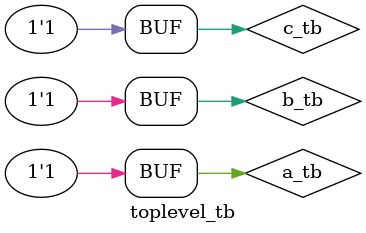
<source format=v>
module toplevel_tb ();
  reg a_tb,b_tb,c_tb;
  wire s_tb,cy_tb;
  toplevel duv (.a(a_tb),.b(b_tb),.c(c_tb),.s(s_tb),.cy(cy_tb));
  initial 
    begin 
      $dumpfile ("test.vcd");
      $dumpvars;
      a_tb=0;b_tb=0;c_tb=0; #10;
      a_tb=0;b_tb=0;c_tb=1; #10;
      a_tb=0;b_tb=1;c_tb=0; #10;
      a_tb=0;b_tb=1;c_tb=1; #10;
      a_tb=1;b_tb=0;c_tb=0; #10;
      a_tb=1;b_tb=0;c_tb=1; #10;
      a_tb=1;b_tb=1;c_tb=0; #10;
      a_tb=1;b_tb=1;c_tb=1; #10;
    end
endmodule
      
      
      
      
            

               


</source>
